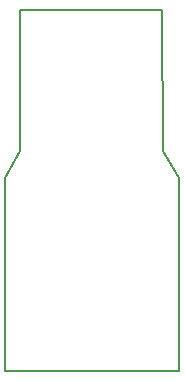
<source format=gbr>
%TF.GenerationSoftware,KiCad,Pcbnew,7.0.10*%
%TF.CreationDate,2024-05-20T03:00:16+05:30*%
%TF.ProjectId,nico-ch32v003-v1,6e69636f-2d63-4683-9332-763030332d76,1.0.1*%
%TF.SameCoordinates,Original*%
%TF.FileFunction,Profile,NP*%
%FSLAX46Y46*%
G04 Gerber Fmt 4.6, Leading zero omitted, Abs format (unit mm)*
G04 Created by KiCad (PCBNEW 7.0.10) date 2024-05-20 03:00:16*
%MOMM*%
%LPD*%
G01*
G04 APERTURE LIST*
%TA.AperFunction,Profile*%
%ADD10C,0.150000*%
%TD*%
G04 APERTURE END LIST*
D10*
X94976000Y-46050000D02*
X107026000Y-46030000D01*
X107036000Y-58030000D02*
X108469200Y-60275200D01*
X94966000Y-58020000D02*
X94976000Y-46050000D01*
X108469200Y-60275200D02*
X108466000Y-76630000D01*
X108466000Y-76630000D02*
X93725400Y-76620000D01*
X93737200Y-60326000D02*
X93725400Y-76620000D01*
X94966000Y-58020000D02*
X93737200Y-60326000D01*
X107026000Y-46030000D02*
X107036000Y-58030000D01*
M02*

</source>
